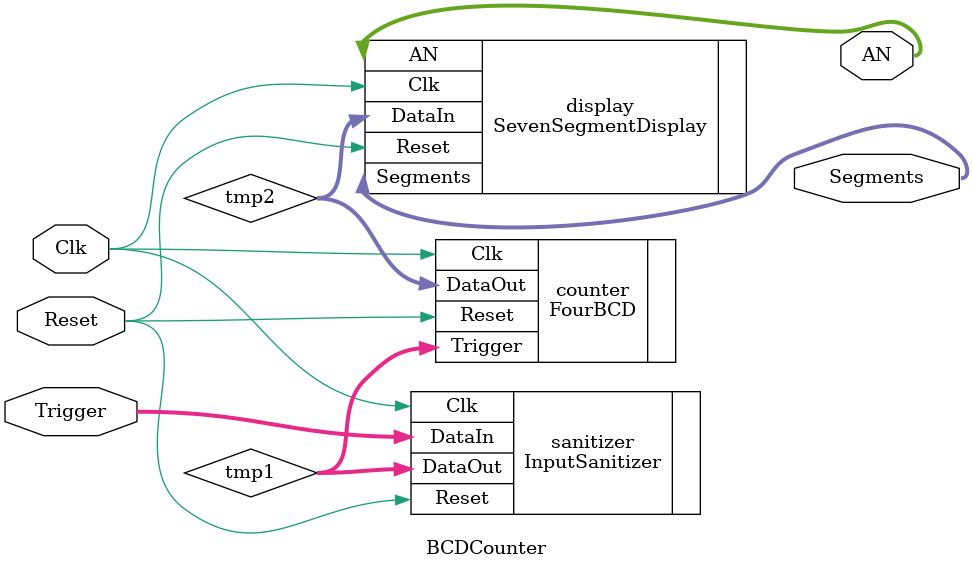
<source format=v>
`timescale 1ns / 1ps


module BCDCounter #(
    // Modify the parameter to match the requirements
    parameter CounterWidth = 40,
    parameter DebounceTime = 10,
    parameter ControllerClockCycle = 5000,
    parameter ControllerCounterWidth = 10
) (
    input wire Clk,
    input wire Reset,
    input wire [3:0] Trigger,
    output wire [7:0] Segments,
    output wire [3:0] AN
);
    wire [3:0] tmp1;
    wire [15:0] tmp2;
    InputSanitizer #(
        .CounterWidth(CounterWidth),
        .DebounceTime(DebounceTime)
    ) sanitizer (
        .DataIn(Trigger),
        .Clk(Clk),
        .Reset(Reset),
        .DataOut(tmp1)
    );
    FourBCD counter (
        .Reset(Reset),
        .Clk(Clk),
        .Trigger(tmp1),
        .DataOut(tmp2)
    );
    SevenSegmentDisplay #(
        .ControllerClockCycle(ControllerClockCycle),
        .ControllerCounterWidth(ControllerCounterWidth)
    ) display (
        .DataIn(tmp2),
        .Clk(Clk),
        .Reset(Reset),
        .Segments(Segments),
        .AN(AN)
    );
endmodule
</source>
